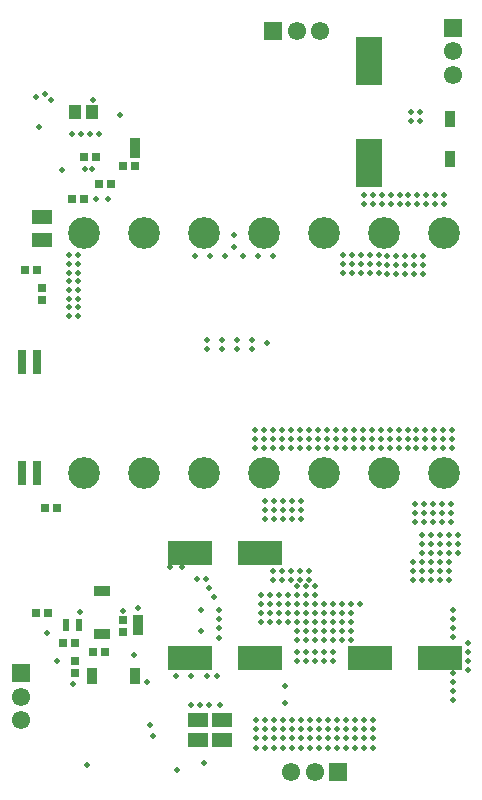
<source format=gts>
G04*
G04 #@! TF.GenerationSoftware,Altium Limited,Altium Designer,21.2.2 (38)*
G04*
G04 Layer_Color=8388736*
%FSLAX23Y23*%
%MOIN*%
G70*
G04*
G04 #@! TF.SameCoordinates,6939E313-D8E2-45C8-8463-115B02E7E026*
G04*
G04*
G04 #@! TF.FilePolarity,Negative*
G04*
G01*
G75*
%ADD26R,0.027X0.028*%
%ADD27R,0.148X0.079*%
%ADD28R,0.087X0.160*%
%ADD29R,0.066X0.049*%
%ADD30R,0.038X0.055*%
%ADD31R,0.065X0.045*%
%ADD32R,0.030X0.079*%
%ADD33R,0.028X0.027*%
%ADD34R,0.039X0.047*%
%ADD35R,0.032X0.034*%
%ADD36R,0.022X0.014*%
%ADD37R,0.033X0.056*%
%ADD38R,0.056X0.033*%
%ADD39R,0.061X0.061*%
%ADD40C,0.061*%
%ADD41R,0.061X0.061*%
%ADD42C,0.106*%
%ADD43C,0.020*%
D26*
X1310Y1460D02*
D03*
X1350D02*
D03*
X1083Y2731D02*
D03*
X1123D02*
D03*
X1190Y1940D02*
D03*
X1150D02*
D03*
X1280Y2970D02*
D03*
X1240D02*
D03*
X1330Y3020D02*
D03*
X1370D02*
D03*
X1410Y3080D02*
D03*
X1450D02*
D03*
X1280Y3110D02*
D03*
X1320D02*
D03*
X1210Y1490D02*
D03*
X1250D02*
D03*
X1160Y1590D02*
D03*
X1120D02*
D03*
D27*
X1867Y1790D02*
D03*
X1633D02*
D03*
X2467Y1440D02*
D03*
X2233D02*
D03*
X1633D02*
D03*
X1867D02*
D03*
D28*
X2230Y3430D02*
D03*
Y3090D02*
D03*
D29*
X1740Y1233D02*
D03*
Y1167D02*
D03*
X1660Y1233D02*
D03*
Y1167D02*
D03*
D30*
X2500Y3103D02*
D03*
Y3237D02*
D03*
D31*
X1140Y2831D02*
D03*
Y2909D02*
D03*
D32*
X1074Y2055D02*
D03*
X1126D02*
D03*
Y2425D02*
D03*
X1074D02*
D03*
D33*
X1140Y2671D02*
D03*
Y2631D02*
D03*
X1250Y1430D02*
D03*
Y1390D02*
D03*
X1410Y1566D02*
D03*
Y1525D02*
D03*
D34*
X1308Y3260D02*
D03*
X1252D02*
D03*
D35*
X1450Y3123D02*
D03*
Y3157D02*
D03*
X1460Y1533D02*
D03*
Y1567D02*
D03*
D36*
X1266Y1536D02*
D03*
Y1550D02*
D03*
Y1564D02*
D03*
X1220D02*
D03*
Y1550D02*
D03*
Y1536D02*
D03*
D37*
X1308Y1380D02*
D03*
X1452D02*
D03*
D38*
X1340Y1518D02*
D03*
Y1662D02*
D03*
D39*
X1911Y3530D02*
D03*
X2129Y1060D02*
D03*
D40*
X1990Y3530D02*
D03*
X2069D02*
D03*
X2510Y3461D02*
D03*
Y3383D02*
D03*
X2050Y1060D02*
D03*
X1971D02*
D03*
X1070Y1310D02*
D03*
Y1231D02*
D03*
D41*
X2510Y3540D02*
D03*
X1070Y1389D02*
D03*
D42*
X1280Y2855D02*
D03*
X1480D02*
D03*
X1680D02*
D03*
X2080D02*
D03*
X2480D02*
D03*
X1880D02*
D03*
X2280D02*
D03*
X1280Y2055D02*
D03*
X1480D02*
D03*
X1680D02*
D03*
X2080D02*
D03*
X2480D02*
D03*
X1880D02*
D03*
X2280D02*
D03*
D43*
X1246Y1351D02*
D03*
X1267Y1592D02*
D03*
X1157Y1522D02*
D03*
X1190Y1430D02*
D03*
X1510Y1180D02*
D03*
X1461Y1606D02*
D03*
X1411Y1596D02*
D03*
X1448Y1448D02*
D03*
X1502Y1216D02*
D03*
X1490Y1360D02*
D03*
X1291Y1083D02*
D03*
X1670Y1600D02*
D03*
Y1530D02*
D03*
X1951Y1288D02*
D03*
Y1345D02*
D03*
X1230Y2752D02*
D03*
X1260D02*
D03*
X1230Y2781D02*
D03*
X1260D02*
D03*
Y2724D02*
D03*
X1230D02*
D03*
X1260Y2695D02*
D03*
X1230D02*
D03*
X1260Y2666D02*
D03*
X1230D02*
D03*
X1260Y2637D02*
D03*
X1230D02*
D03*
X1260Y2609D02*
D03*
X1230D02*
D03*
X1260Y2580D02*
D03*
X1230D02*
D03*
X1609Y1741D02*
D03*
X1569D02*
D03*
X1690Y1380D02*
D03*
X1637D02*
D03*
X1587D02*
D03*
X1736Y1281D02*
D03*
X1699D02*
D03*
X1669D02*
D03*
X1639D02*
D03*
X1723Y1380D02*
D03*
X1715Y1643D02*
D03*
X1699Y1671D02*
D03*
X1689Y1701D02*
D03*
X1659D02*
D03*
X1730Y1539D02*
D03*
Y1569D02*
D03*
Y1599D02*
D03*
Y1507D02*
D03*
X2003Y1140D02*
D03*
X2033D02*
D03*
X1973D02*
D03*
X1943D02*
D03*
X1913D02*
D03*
X1883D02*
D03*
X1853D02*
D03*
X2213D02*
D03*
X2243D02*
D03*
X2183D02*
D03*
X2153D02*
D03*
X2123D02*
D03*
X2093D02*
D03*
X2063D02*
D03*
X2093Y1232D02*
D03*
X2063D02*
D03*
X2123D02*
D03*
X2063Y1202D02*
D03*
Y1172D02*
D03*
X2093D02*
D03*
Y1202D02*
D03*
X2123D02*
D03*
Y1172D02*
D03*
X2153D02*
D03*
X2183D02*
D03*
X2153Y1202D02*
D03*
X2183D02*
D03*
X2153Y1232D02*
D03*
X2183D02*
D03*
X2243D02*
D03*
X2213D02*
D03*
X2243Y1202D02*
D03*
X2213D02*
D03*
X2243Y1172D02*
D03*
X2213D02*
D03*
X1883Y1232D02*
D03*
X1853D02*
D03*
X1913D02*
D03*
X1853Y1202D02*
D03*
Y1172D02*
D03*
X1883D02*
D03*
Y1202D02*
D03*
X1913D02*
D03*
Y1172D02*
D03*
X1943D02*
D03*
X1973D02*
D03*
X1943Y1202D02*
D03*
X1973D02*
D03*
X1943Y1232D02*
D03*
X1973D02*
D03*
X2033D02*
D03*
X2003D02*
D03*
X2033Y1202D02*
D03*
X2003D02*
D03*
X2033Y1172D02*
D03*
X2003D02*
D03*
X2560Y1490D02*
D03*
Y1400D02*
D03*
Y1430D02*
D03*
Y1460D02*
D03*
X2510Y1390D02*
D03*
Y1300D02*
D03*
Y1330D02*
D03*
Y1360D02*
D03*
Y1600D02*
D03*
Y1510D02*
D03*
Y1540D02*
D03*
Y1570D02*
D03*
X1590Y1065D02*
D03*
X1680Y1090D02*
D03*
X1400Y3250D02*
D03*
X1331Y3187D02*
D03*
X1301D02*
D03*
X1271D02*
D03*
X1241D02*
D03*
X1121Y3308D02*
D03*
X1170Y3300D02*
D03*
X1150Y3320D02*
D03*
X2370Y3230D02*
D03*
X2400D02*
D03*
X2370Y3260D02*
D03*
X2400D02*
D03*
X2362Y2983D02*
D03*
Y2953D02*
D03*
X2392D02*
D03*
X2422D02*
D03*
X2392Y2983D02*
D03*
X2422D02*
D03*
X2482D02*
D03*
X2452D02*
D03*
X2482Y2953D02*
D03*
X2452D02*
D03*
X2305Y2954D02*
D03*
X2335D02*
D03*
X2305Y2984D02*
D03*
X2335D02*
D03*
X2275D02*
D03*
X2245D02*
D03*
X2275Y2954D02*
D03*
X2245D02*
D03*
X2215D02*
D03*
Y2984D02*
D03*
X2143Y2781D02*
D03*
Y2751D02*
D03*
Y2721D02*
D03*
X2173D02*
D03*
X2203D02*
D03*
X2173Y2751D02*
D03*
X2203D02*
D03*
X2173Y2781D02*
D03*
X2203D02*
D03*
X2263D02*
D03*
X2233D02*
D03*
X2263Y2751D02*
D03*
X2233D02*
D03*
X2263Y2721D02*
D03*
X2233D02*
D03*
X2380Y2720D02*
D03*
X2410D02*
D03*
X2380Y2750D02*
D03*
X2410D02*
D03*
X2380Y2780D02*
D03*
X2410D02*
D03*
X2350D02*
D03*
X2320D02*
D03*
X2350Y2750D02*
D03*
X2320D02*
D03*
X2350Y2720D02*
D03*
X2320D02*
D03*
X2290D02*
D03*
Y2750D02*
D03*
Y2780D02*
D03*
X2379Y1759D02*
D03*
Y1729D02*
D03*
Y1699D02*
D03*
X2409D02*
D03*
X2439D02*
D03*
X2409Y1729D02*
D03*
X2439D02*
D03*
X2409Y1759D02*
D03*
X2439D02*
D03*
X2499D02*
D03*
X2469D02*
D03*
X2499Y1729D02*
D03*
X2469D02*
D03*
X2499Y1699D02*
D03*
X2469D02*
D03*
X2409Y1849D02*
D03*
Y1819D02*
D03*
Y1789D02*
D03*
X2439D02*
D03*
X2469D02*
D03*
X2439Y1819D02*
D03*
X2469D02*
D03*
X2439Y1849D02*
D03*
X2469D02*
D03*
X2529D02*
D03*
X2499D02*
D03*
X2529Y1819D02*
D03*
X2499D02*
D03*
X2529Y1789D02*
D03*
X2499D02*
D03*
X1974Y1902D02*
D03*
X2004D02*
D03*
X1974Y1932D02*
D03*
X2004D02*
D03*
X1974Y1962D02*
D03*
X2004D02*
D03*
X1944D02*
D03*
X1914D02*
D03*
X1944Y1932D02*
D03*
X1914D02*
D03*
X1944Y1902D02*
D03*
X1914D02*
D03*
X1884D02*
D03*
Y1932D02*
D03*
Y1962D02*
D03*
X2474Y1892D02*
D03*
X2504D02*
D03*
X2474Y1922D02*
D03*
X2504D02*
D03*
X2474Y1952D02*
D03*
X2504D02*
D03*
X2444D02*
D03*
X2414D02*
D03*
X2444Y1922D02*
D03*
X2414D02*
D03*
X2444Y1892D02*
D03*
X2414D02*
D03*
X2384D02*
D03*
Y1922D02*
D03*
Y1952D02*
D03*
X1850Y2140D02*
D03*
Y2170D02*
D03*
Y2200D02*
D03*
X2387Y2199D02*
D03*
Y2169D02*
D03*
Y2139D02*
D03*
X2417D02*
D03*
X2447D02*
D03*
X2417Y2169D02*
D03*
X2447D02*
D03*
X2417Y2199D02*
D03*
X2447D02*
D03*
X2507D02*
D03*
X2477D02*
D03*
X2507Y2169D02*
D03*
X2477D02*
D03*
X2507Y2139D02*
D03*
X2477D02*
D03*
X2330Y2140D02*
D03*
X2360D02*
D03*
X2330Y2170D02*
D03*
X2360D02*
D03*
X2330Y2200D02*
D03*
X2360D02*
D03*
X2300D02*
D03*
X2270D02*
D03*
X2300Y2170D02*
D03*
X2270D02*
D03*
X2300Y2140D02*
D03*
X2270D02*
D03*
X2240D02*
D03*
Y2170D02*
D03*
X2210D02*
D03*
Y2140D02*
D03*
X2240Y2200D02*
D03*
X2210D02*
D03*
X2030D02*
D03*
X2000D02*
D03*
X2060D02*
D03*
X2000Y2170D02*
D03*
Y2140D02*
D03*
X2030D02*
D03*
Y2170D02*
D03*
X2060D02*
D03*
Y2140D02*
D03*
X2090D02*
D03*
X2120D02*
D03*
X2090Y2170D02*
D03*
X2120D02*
D03*
X2090Y2200D02*
D03*
X2120D02*
D03*
X2180D02*
D03*
X2150D02*
D03*
X2180Y2170D02*
D03*
X2150D02*
D03*
X2180Y2140D02*
D03*
X2150D02*
D03*
X1940D02*
D03*
X1970D02*
D03*
X1940Y2170D02*
D03*
X1970D02*
D03*
X1940Y2200D02*
D03*
X1970D02*
D03*
X1910D02*
D03*
Y2170D02*
D03*
Y2140D02*
D03*
X1880D02*
D03*
Y2170D02*
D03*
Y2200D02*
D03*
X1910Y1730D02*
D03*
Y1700D02*
D03*
X1940D02*
D03*
Y1730D02*
D03*
X1970D02*
D03*
X2000D02*
D03*
X1970Y1700D02*
D03*
X2000D02*
D03*
X2030D02*
D03*
Y1730D02*
D03*
X1870Y1620D02*
D03*
Y1590D02*
D03*
Y1560D02*
D03*
X1900D02*
D03*
Y1590D02*
D03*
Y1620D02*
D03*
X1870Y1650D02*
D03*
X1900D02*
D03*
X1960D02*
D03*
X1930D02*
D03*
X1960Y1620D02*
D03*
X1930D02*
D03*
X1960Y1590D02*
D03*
X1930D02*
D03*
X1960Y1560D02*
D03*
X1930D02*
D03*
X2140Y1500D02*
D03*
X2170D02*
D03*
X2140Y1530D02*
D03*
X2170D02*
D03*
X2140Y1560D02*
D03*
X2170D02*
D03*
X2140Y1590D02*
D03*
X2170D02*
D03*
X2140Y1620D02*
D03*
X2170D02*
D03*
X2200D02*
D03*
X2110D02*
D03*
X2080D02*
D03*
X2110Y1590D02*
D03*
X2080D02*
D03*
X2110Y1560D02*
D03*
Y1530D02*
D03*
Y1500D02*
D03*
Y1460D02*
D03*
Y1430D02*
D03*
X2080D02*
D03*
X2050D02*
D03*
X2080Y1460D02*
D03*
X2050D02*
D03*
Y1500D02*
D03*
X2080D02*
D03*
X2050Y1530D02*
D03*
X2080D02*
D03*
Y1560D02*
D03*
X2050D02*
D03*
Y1590D02*
D03*
X2020D02*
D03*
Y1560D02*
D03*
Y1530D02*
D03*
Y1500D02*
D03*
Y1460D02*
D03*
Y1430D02*
D03*
X1990D02*
D03*
Y1460D02*
D03*
Y1500D02*
D03*
Y1530D02*
D03*
Y1560D02*
D03*
Y1590D02*
D03*
X2050Y1680D02*
D03*
Y1650D02*
D03*
Y1620D02*
D03*
X1990D02*
D03*
Y1650D02*
D03*
Y1680D02*
D03*
X2020D02*
D03*
Y1620D02*
D03*
Y1650D02*
D03*
X1130Y3210D02*
D03*
X1208Y3065D02*
D03*
X1650Y2780D02*
D03*
X1910D02*
D03*
X1700D02*
D03*
X1860D02*
D03*
X1750D02*
D03*
X1810D02*
D03*
X1780Y2810D02*
D03*
Y2850D02*
D03*
X1840Y2500D02*
D03*
X1690D02*
D03*
X1740D02*
D03*
X1790D02*
D03*
X1890Y2490D02*
D03*
X1840Y2470D02*
D03*
X1790D02*
D03*
X1740D02*
D03*
X1690D02*
D03*
X1310Y3300D02*
D03*
X1360Y2970D02*
D03*
X1320D02*
D03*
X1284Y3070D02*
D03*
X1309D02*
D03*
M02*

</source>
